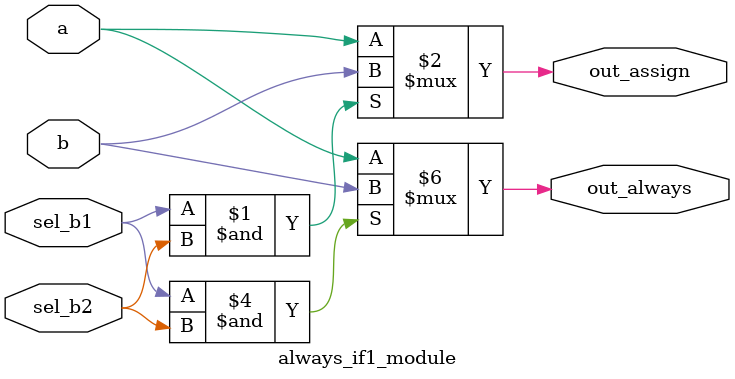
<source format=v>
module always_if1_module(
   input a,
   input b,
   input sel_b1,
   input sel_b2,
   output wire out_assign,
   output reg out_always   
); 
	assign out_assign = (sel_b1 & sel_b2) ? b : a;
   always @(*) begin
		if (sel_b1 & sel_b2) begin
			out_always = b;
      end
      else begin
         out_always = a;
      end
   end
endmodule 
</source>
